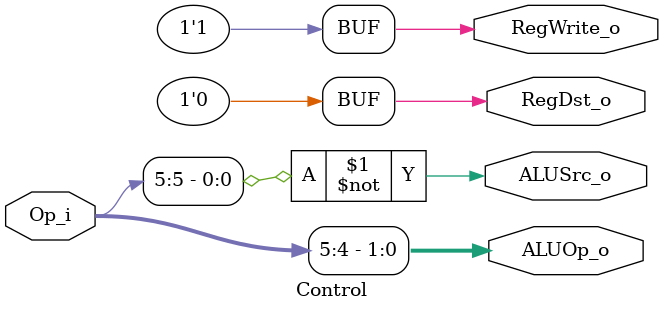
<source format=v>
module Control (Op_i, RegDst_o, ALUOp_o, ALUSrc_o, RegWrite_o);

input [6:0]     Op_i;
output [1:0]    ALUOp_o;
output          RegDst_o, ALUSrc_o, RegWrite_o;

assign ALUOp_o    = Op_i[5:4];
assign RegDst_o   = 1'b0;
assign ALUSrc_o   = ~Op_i[5];
assign RegWrite_o = 1'b1; // always true

endmodule
</source>
